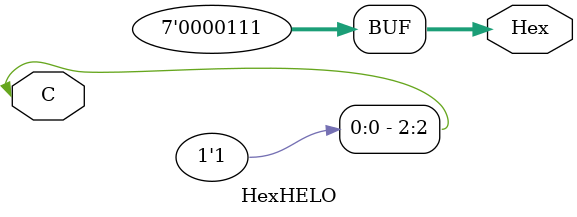
<source format=sv>

module HexHELO(Hex, C);
	input [2:0] C;
	output reg [0:6] Hex = 3'b111;
	
	/*or (Hex[0], ~C[0], C[2]);//assign Hex[0] = ~C[0];
	or(Hex[1], C[2], or(Hex[1], and(Hex[1], ~C[1], C[0]), and(Hex[1], C[1], ~C[0])));//assign Hex[1] = C[0] xor C[1];
	xor(Hex[2], C[2], or(Hex[2], and(Hex[2], ~C[1], C[0]), and(Hex[2], C[1], ~C[0])));//assign Hex[2] = C[0] xor C[1];
	or(Hex[3], C[2], and(Hex[3], ~C[1], ~C[0]));//assign Hex[3] = C[0] nor C[1];
	assign Hex[4] = C[2];
	assign Hex[5] = C[2];
	or(Hex[6], C[1], C[2]);*/
	assign Hex[0] = ~C[0] | C[2];
	assign Hex[1] = C[2] | ~C[1] & C[0] | C[1] & ~C[0];
	assign Hex[2] = C[2] | ~C[1] & C[0] | C[1] & ~C[0];
	assign Hex[3] = C[2] | ~C[1] & ~C[0];
	assign Hex[4] = C[2];
	assign Hex[5] = C[2];
	assign Hex[6] = C[1] | C[2];
	
	
	/*
	assign Hex[0] = 7b'1001000;
	assign Hex[1] = 7b'0110000;
	assign Hex[2] = 7b'1110001;
	assign Hex[3] = 7b'0000001;
	*/
	//wire A, B, C, D; 
	/*
	assign A = ~C[0] & ~C[1] & ~C[2]; //= Hex[0];
	assign B = ~C[0] & ~C[1] & C[2]; //= Hex[1];
	assign C = ~C[0] & C[1] & ~C[2]; //= Hex[2];
	assign D = ~C[0] & C[1] & C[2]; //= Hex[0];
	
	always @(C or Hex) 
	begin
		if (~C[0] & ~C[1] & ~C[2]) 
			Hex = 7b'1001000;
		else if (~C[0] & ~C[1] & C[2]) 
			Hex = 7b'0110000;
		else if (~C[0] & C[1] & ~C[2]) 
			Hex = 7b'1110001;
		else if (~C[0] & C[1] & C[2]) 
			Hex = 7b'0000001;
		else 
			Hex = 7b'1111111;
		
	end
	*/
endmodule	
</source>
